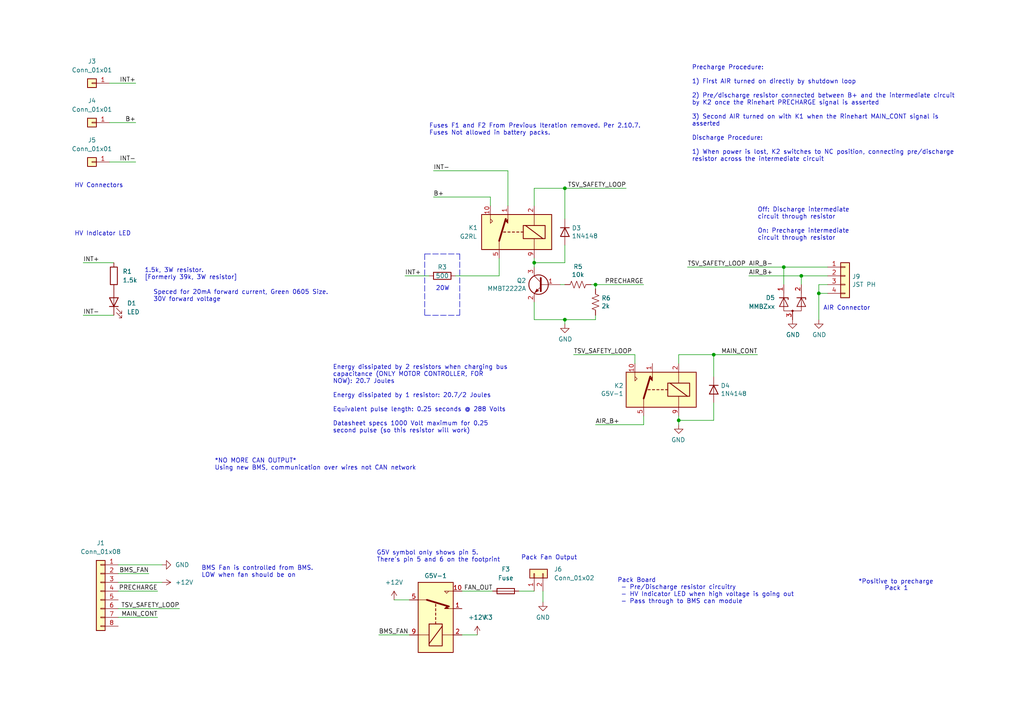
<source format=kicad_sch>
(kicad_sch (version 20211123) (generator eeschema)
  (paper "A4")
  (lib_symbols
    (symbol "Connector_Generic:Conn_01x01" (pin_names (offset 1.016) hide)
      (property "Reference" "J" (at 0 2.54 0))
      (property "Value" "Conn_01x01" (at 0 -2.54 0))
      (symbol "Conn_01x01_1_1"
        (rectangle (start -1.27 0.127) (end 0 -0.127) (stroke (width 0.1524)))
        (rectangle (start -1.27 1.27) (end 1.27 -1.27) (stroke (width 0.254)) (fill (type background)))
        (pin passive line (at -5.08 0 0) (length 3.81) (name "Pin_1") (number "1"))
      )
    )
    (symbol "Connector_Generic:Conn_01x02" (pin_names (offset 1.016) hide)
      (property "Reference" "J" (at 0 2.54 0))
      (property "Value" "Conn_01x02" (at 0 -5.08 0))
      (symbol "Conn_01x02_1_1"
        (rectangle (start -1.27 -2.413) (end 0 -2.667) (stroke (width 0.1524)))
        (rectangle (start -1.27 0.127) (end 0 -0.127) (stroke (width 0.1524)))
        (rectangle (start -1.27 1.27) (end 1.27 -3.81) (stroke (width 0.254)) (fill (type background)))
        (pin passive line (at -5.08 0 0) (length 3.81) (name "Pin_1") (number "1"))
        (pin passive line (at -5.08 -2.54 0) (length 3.81) (name "Pin_2") (number "2"))
      )
    )
    (symbol "Connector_Generic:Conn_01x04" (pin_names (offset 1.016) hide)
      (property "Reference" "J" (at 0 5.08 0))
      (property "Value" "Conn_01x04" (at 0 -7.62 0))
      (symbol "Conn_01x04_1_1"
        (rectangle (start -1.27 -4.953) (end 0 -5.207) (stroke (width 0.1524)))
        (rectangle (start -1.27 -2.413) (end 0 -2.667) (stroke (width 0.1524)))
        (rectangle (start -1.27 0.127) (end 0 -0.127) (stroke (width 0.1524)))
        (rectangle (start -1.27 2.667) (end 0 2.413) (stroke (width 0.1524)))
        (rectangle (start -1.27 3.81) (end 1.27 -6.35) (stroke (width 0.254)) (fill (type background)))
        (pin passive line (at -5.08 2.54 0) (length 3.81) (name "Pin_1") (number "1"))
        (pin passive line (at -5.08 0 0) (length 3.81) (name "Pin_2") (number "2"))
        (pin passive line (at -5.08 -2.54 0) (length 3.81) (name "Pin_3") (number "3"))
        (pin passive line (at -5.08 -5.08 0) (length 3.81) (name "Pin_4") (number "4"))
      )
    )
    (symbol "Connector_Generic:Conn_01x08" (pin_names (offset 1.016) hide)
      (property "Reference" "J" (at 0 10.16 0))
      (property "Value" "Conn_01x08" (at 0 -12.7 0))
      (symbol "Conn_01x08_1_1"
        (rectangle (start -1.27 -10.033) (end 0 -10.287) (stroke (width 0.1524)))
        (rectangle (start -1.27 -7.493) (end 0 -7.747) (stroke (width 0.1524)))
        (rectangle (start -1.27 -4.953) (end 0 -5.207) (stroke (width 0.1524)))
        (rectangle (start -1.27 -2.413) (end 0 -2.667) (stroke (width 0.1524)))
        (rectangle (start -1.27 0.127) (end 0 -0.127) (stroke (width 0.1524)))
        (rectangle (start -1.27 2.667) (end 0 2.413) (stroke (width 0.1524)))
        (rectangle (start -1.27 5.207) (end 0 4.953) (stroke (width 0.1524)))
        (rectangle (start -1.27 7.747) (end 0 7.493) (stroke (width 0.1524)))
        (rectangle (start -1.27 8.89) (end 1.27 -11.43) (stroke (width 0.254)) (fill (type background)))
        (pin passive line (at -5.08 7.62 0) (length 3.81) (name "Pin_1") (number "1"))
        (pin passive line (at -5.08 5.08 0) (length 3.81) (name "Pin_2") (number "2"))
        (pin passive line (at -5.08 2.54 0) (length 3.81) (name "Pin_3") (number "3"))
        (pin passive line (at -5.08 0 0) (length 3.81) (name "Pin_4") (number "4"))
        (pin passive line (at -5.08 -2.54 0) (length 3.81) (name "Pin_5") (number "5"))
        (pin passive line (at -5.08 -5.08 0) (length 3.81) (name "Pin_6") (number "6"))
        (pin passive line (at -5.08 -7.62 0) (length 3.81) (name "Pin_7") (number "7"))
        (pin passive line (at -5.08 -10.16 0) (length 3.81) (name "Pin_8") (number "8"))
      )
    )
    (symbol "Device:Fuse" (pin_numbers hide) (pin_names (offset 0))
      (property "Reference" "F" (at 2.032 0 90))
      (property "Value" "Fuse" (at -1.905 0 90))
      (symbol "Fuse_0_1"
        (rectangle (start -0.762 -2.54) (end 0.762 2.54) (stroke (width 0.254)))
        (polyline (pts (xy 0 2.54) (xy 0 -2.54)))
      )
      (symbol "Fuse_1_1"
        (pin passive line (at 0 3.81 270) (length 1.27) (name "~") (number "1"))
        (pin passive line (at 0 -3.81 90) (length 1.27) (name "~") (number "2"))
      )
    )
    (symbol "Device:LED" (pin_numbers hide) (pin_names (offset 1.016) hide)
      (property "Reference" "D" (at 0 2.54 0))
      (property "Value" "LED" (at 0 -2.54 0))
      (symbol "LED_0_1"
        (polyline (pts (xy -1.27 -1.27) (xy -1.27 1.27)) (stroke (width 0.254)))
        (polyline (pts (xy -1.27 0) (xy 1.27 0)))
        (polyline (pts (xy 1.27 -1.27) (xy 1.27 1.27) (xy -1.27 0) (xy 1.27 -1.27)) (stroke (width 0.254)))
        (polyline (pts (xy -3.048 -0.762) (xy -4.572 -2.286) (xy -3.81 -2.286) (xy -4.572 -2.286) (xy -4.572 -1.524)))
        (polyline (pts (xy -1.778 -0.762) (xy -3.302 -2.286) (xy -2.54 -2.286) (xy -3.302 -2.286) (xy -3.302 -1.524)))
      )
      (symbol "LED_1_1"
        (pin passive line (at -3.81 0 0) (length 2.54) (name "K") (number "1"))
        (pin passive line (at 3.81 0 180) (length 2.54) (name "A") (number "2"))
      )
    )
    (symbol "Device:Q_NPN_BEC" (pin_names (offset 0) hide)
      (property "Reference" "Q" (at 5.08 1.27 0))
      (property "Value" "Q_NPN_BEC" (at 5.08 -1.27 0))
      (symbol "Q_NPN_BEC_0_1"
        (polyline (pts (xy 0.635 0.635) (xy 2.54 2.54)))
        (polyline (pts (xy 0.635 -0.635) (xy 2.54 -2.54) (xy 2.54 -2.54)))
        (polyline (pts (xy 0.635 1.905) (xy 0.635 -1.905) (xy 0.635 -1.905)) (stroke (width 0.508)))
        (polyline (pts (xy 1.27 -1.778) (xy 1.778 -1.27) (xy 2.286 -2.286) (xy 1.27 -1.778) (xy 1.27 -1.778)) (fill (type outline)))
        (circle (center 1.27 0) (radius 2.8194) (stroke (width 0.254)))
      )
      (symbol "Q_NPN_BEC_1_1"
        (pin input line (at -5.08 0 0) (length 5.715) (name "B") (number "1"))
        (pin passive line (at 2.54 -5.08 90) (length 2.54) (name "E") (number "2"))
        (pin passive line (at 2.54 5.08 270) (length 2.54) (name "C") (number "3"))
      )
    )
    (symbol "Device:R" (pin_numbers hide) (pin_names (offset 0))
      (property "Reference" "R" (at 2.032 0 90))
      (property "Value" "R" (at 0 0 90))
      (symbol "R_0_1"
        (rectangle (start -1.016 -2.54) (end 1.016 2.54) (stroke (width 0.254)))
      )
      (symbol "R_1_1"
        (pin passive line (at 0 3.81 270) (length 1.27) (name "~") (number "1"))
        (pin passive line (at 0 -3.81 90) (length 1.27) (name "~") (number "2"))
      )
    )
    (symbol "Device:R_US" (pin_numbers hide) (pin_names (offset 0))
      (property "Reference" "R" (at 2.54 0 90))
      (property "Value" "R_US" (at -2.54 0 90))
      (symbol "R_US_0_1"
        (polyline (pts (xy 0 -2.286) (xy 0 -2.54)))
        (polyline (pts (xy 0 2.286) (xy 0 2.54)))
        (polyline (pts (xy 0 -0.762) (xy 1.016 -1.143) (xy 0 -1.524) (xy -1.016 -1.905) (xy 0 -2.286)))
        (polyline (pts (xy 0 0.762) (xy 1.016 0.381) (xy 0 0) (xy -1.016 -0.381) (xy 0 -0.762)))
        (polyline (pts (xy 0 2.286) (xy 1.016 1.905) (xy 0 1.524) (xy -1.016 1.143) (xy 0 0.762)))
      )
      (symbol "R_US_1_1"
        (pin passive line (at 0 3.81 270) (length 1.27) (name "~") (number "1"))
        (pin passive line (at 0 -3.81 90) (length 1.27) (name "~") (number "2"))
      )
    )
    (symbol "Diode:1N4148" (pin_numbers hide) (pin_names (offset 1.016) hide)
      (property "Reference" "D" (at 0 2.54 0))
      (property "Value" "1N4148" (at 0 -2.54 0))
      (symbol "1N4148_0_1"
        (polyline (pts (xy -1.27 1.27) (xy -1.27 -1.27)) (stroke (width 0.254)))
        (polyline (pts (xy 1.27 0) (xy -1.27 0)))
        (polyline (pts (xy 1.27 1.27) (xy 1.27 -1.27) (xy -1.27 0) (xy 1.27 1.27)) (stroke (width 0.254)))
      )
      (symbol "1N4148_1_1"
        (pin passive line (at -3.81 0 0) (length 2.54) (name "K") (number "1"))
        (pin passive line (at 3.81 0 180) (length 2.54) (name "A") (number "2"))
      )
    )
    (symbol "Diode:MMBZxx" (pin_names (offset 1.016) hide)
      (property "Reference" "D" (at 3.81 2.54 0))
      (property "Value" "MMBZxx" (at 3.81 0 0))
      (symbol "MMBZxx_0_1"
        (circle (center 0 -2.54) (radius 0.254) (fill (type outline)))
        (polyline (pts (xy -2.54 -1.27) (xy -2.54 2.54)))
        (polyline (pts (xy 2.54 -1.27) (xy 2.54 2.54)))
        (polyline (pts (xy -3.81 1.27) (xy -1.27 1.27) (xy -1.27 0.762)) (stroke (width 0.254)))
        (polyline (pts (xy 1.27 1.27) (xy 3.81 1.27) (xy 3.81 0.762)) (stroke (width 0.254)))
        (polyline (pts (xy -2.54 0) (xy -2.54 -2.54) (xy 2.54 -2.54) (xy 2.54 0)))
      )
      (symbol "MMBZxx_1_1"
        (polyline (pts (xy -3.81 -1.27) (xy -1.27 -1.27) (xy -2.54 1.27) (xy -3.81 -1.27)) (stroke (width 0.2032)))
        (polyline (pts (xy 1.27 -1.27) (xy 3.81 -1.27) (xy 2.54 1.27) (xy 1.27 -1.27)) (stroke (width 0.2032)))
        (pin passive line (at -2.54 5.08 270) (length 2.54) (name "K") (number "1"))
        (pin passive line (at 2.54 5.08 270) (length 2.54) (name "K") (number "2"))
        (pin passive line (at 0 -5.08 90) (length 2.54) (name "A") (number "3"))
      )
    )
    (symbol "G5V-1_1"
      (property "Reference" "K3" (at 0 15.24 90))
      (property "Value" "G5V-1_1" (at 0 12.7 90))
      (symbol "G5V-1_1_0_0"
        (polyline (pts (xy 7.62 5.08) (xy 7.62 2.54) (xy 6.985 3.175) (xy 7.62 3.81)))
      )
      (symbol "G5V-1_1_0_1"
        (rectangle (start -10.16 5.08) (end 10.16 -5.08) (stroke (width 0.254)) (fill (type background)))
        (rectangle (start -8.255 1.905) (end -1.905 -1.905) (stroke (width 0.254)))
        (polyline (pts (xy -7.62 -1.905) (xy -2.54 1.905)) (stroke (width 0.254)))
        (polyline (pts (xy -5.08 -5.08) (xy -5.08 -1.905)))
        (polyline (pts (xy -5.08 5.08) (xy -5.08 1.905)))
        (polyline (pts (xy -1.905 0) (xy -1.27 0)) (stroke (width 0.254)))
        (polyline (pts (xy -0.635 0) (xy 0 0)) (stroke (width 0.254)))
        (polyline (pts (xy 0.635 0) (xy 1.27 0)) (stroke (width 0.254)))
        (polyline (pts (xy 1.905 0) (xy 2.54 0)) (stroke (width 0.254)))
        (polyline (pts (xy 3.175 0) (xy 3.81 0)) (stroke (width 0.254)))
        (polyline (pts (xy 5.08 -2.54) (xy 3.175 3.81)) (stroke (width 0.508)))
        (polyline (pts (xy 5.08 -2.54) (xy 5.08 -5.08)))
        (polyline (pts (xy 2.54 5.08) (xy 2.54 2.54) (xy 3.175 3.175) (xy 2.54 3.81)) (fill (type outline)))
      )
      (symbol "G5V-1_1_1_1"
        (pin passive line (at 2.54 7.62 270) (length 2.54) (name "~") (number "1"))
        (pin passive line (at 7.62 7.62 270) (length 2.54) (name "~") (number "10"))
        (pin passive line (at -5.08 7.62 270) (length 2.54) (name "~") (number "2"))
        (pin passive line (at 5.08 -7.62 90) (length 2.54) (name "~") (number "5"))
        (pin passive line (at 5.08 -7.62 90) (length 2.54) hide (name "~") (number "6"))
        (pin passive line (at -5.08 -7.62 90) (length 2.54) (name "~") (number "9"))
      )
    )
    (symbol "Relay:G5V-1"
      (property "Reference" "K" (at 11.43 3.81 0))
      (property "Value" "G5V-1" (at 11.43 1.27 0))
      (symbol "G5V-1_0_0"
        (polyline (pts (xy 7.62 5.08) (xy 7.62 2.54) (xy 6.985 3.175) (xy 7.62 3.81)))
      )
      (symbol "G5V-1_0_1"
        (rectangle (start -10.16 5.08) (end 10.16 -5.08) (stroke (width 0.254)) (fill (type background)))
        (rectangle (start -8.255 1.905) (end -1.905 -1.905) (stroke (width 0.254)))
        (polyline (pts (xy -7.62 -1.905) (xy -2.54 1.905)) (stroke (width 0.254)))
        (polyline (pts (xy -5.08 -5.08) (xy -5.08 -1.905)))
        (polyline (pts (xy -5.08 5.08) (xy -5.08 1.905)))
        (polyline (pts (xy -1.905 0) (xy -1.27 0)) (stroke (width 0.254)))
        (polyline (pts (xy -0.635 0) (xy 0 0)) (stroke (width 0.254)))
        (polyline (pts (xy 0.635 0) (xy 1.27 0)) (stroke (width 0.254)))
        (polyline (pts (xy 1.905 0) (xy 2.54 0)) (stroke (width 0.254)))
        (polyline (pts (xy 3.175 0) (xy 3.81 0)) (stroke (width 0.254)))
        (polyline (pts (xy 5.08 -2.54) (xy 3.175 3.81)) (stroke (width 0.508)))
        (polyline (pts (xy 5.08 -2.54) (xy 5.08 -5.08)))
        (polyline (pts (xy 2.54 5.08) (xy 2.54 2.54) (xy 3.175 3.175) (xy 2.54 3.81)) (fill (type outline)))
      )
      (symbol "G5V-1_1_1"
        (pin passive line (at 2.54 7.62 270) (length 2.54) (name "~") (number "1"))
        (pin passive line (at 7.62 7.62 270) (length 2.54) (name "~") (number "10"))
        (pin passive line (at -5.08 7.62 270) (length 2.54) (name "~") (number "2"))
        (pin passive line (at 5.08 -7.62 90) (length 2.54) (name "~") (number "5"))
        (pin passive line (at 5.08 -7.62 90) (length 2.54) hide (name "~") (number "6"))
        (pin passive line (at -5.08 -7.62 90) (length 2.54) (name "~") (number "9"))
      )
    )
    (symbol "power:+12V" (power) (pin_names (offset 0))
      (property "Value" "+12V" (at 0 3.556 0))
      (symbol "+12V_0_1"
        (polyline (pts (xy -0.762 1.27) (xy 0 2.54)))
        (polyline (pts (xy 0 0) (xy 0 2.54)))
        (polyline (pts (xy 0 2.54) (xy 0.762 1.27)))
      )
      (symbol "+12V_1_1"
        (pin power_in line (at 0 0 90) (length 0) hide (name "+12V") (number "1"))
      )
    )
    (symbol "power:GND" (power) (pin_names (offset 0))
      (property "Value" "GND" (at 0 -3.81 0))
      (symbol "GND_0_1"
        (polyline (pts (xy 0 0) (xy 0 -1.27) (xy 1.27 -1.27) (xy 0 -2.54) (xy -1.27 -1.27) (xy 0 -1.27)))
      )
      (symbol "GND_1_1"
        (pin power_in line (at 0 0 270) (length 0) hide (name "GND") (number "1"))
      )
    )
  )
  (junction (at 227.33 77.47))
  (junction (at 172.72 82.55))
  (junction (at 163.83 92.71))
  (junction (at 232.41 80.01))
  (junction (at 154.94 76.2))
  (junction (at 237.49 85.09))
  (junction (at 196.85 121.92))
  (junction (at 163.83 54.61))
  (junction (at 207.01 102.87))
  (wire (pts (xy 154.94 54.61) (xy 163.83 54.61)))
  (wire (pts (xy 31.75 24.13) (xy 39.37 24.13)))
  (wire (pts (xy 124.46 80.01) (xy 117.475 80.01)))
  (polyline (pts (xy 133.35 73.66) (xy 133.35 91.44)))
  (wire (pts (xy 147.32 59.69) (xy 147.32 49.53)))
  (wire (pts (xy 227.33 77.47) (xy 240.03 77.47)))
  (wire (pts (xy 232.41 80.01) (xy 240.03 80.01)))
  (wire (pts (xy 34.29 166.37) (xy 43.18 166.37)))
  (wire (pts (xy 31.75 46.99) (xy 39.37 46.99)))
  (wire (pts (xy 154.94 74.93) (xy 154.94 76.2)))
  (wire (pts (xy 163.83 92.71) (xy 172.72 92.71)))
  (wire (pts (xy 154.94 87.63) (xy 154.94 92.71)))
  (wire (pts (xy 24.13 76.2) (xy 33.02 76.2)))
  (wire (pts (xy 157.48 171.45) (xy 157.48 174.625)))
  (wire (pts (xy 31.75 35.56) (xy 39.37 35.56)))
  (wire (pts (xy 154.94 92.71) (xy 163.83 92.71)))
  (wire (pts (xy 240.03 85.09) (xy 237.49 85.09)))
  (wire (pts (xy 207.01 121.92) (xy 207.01 116.84)))
  (wire (pts (xy 133.985 171.45) (xy 142.875 171.45)))
  (wire (pts (xy 207.01 109.22) (xy 207.01 102.87)))
  (polyline (pts (xy 123.19 91.44) (xy 133.35 91.44)))
  (wire (pts (xy 34.29 171.45) (xy 45.72 171.45)))
  (wire (pts (xy 163.83 76.2) (xy 163.83 71.12)))
  (wire (pts (xy 24.13 91.44) (xy 33.02 91.44)))
  (wire (pts (xy 142.24 59.69) (xy 142.24 57.15)))
  (wire (pts (xy 154.94 76.2) (xy 163.83 76.2)))
  (wire (pts (xy 163.83 54.61) (xy 181.61 54.61)))
  (polyline (pts (xy 123.19 73.66) (xy 123.19 91.44)))
  (wire (pts (xy 150.495 171.45) (xy 154.94 171.45)))
  (wire (pts (xy 232.41 80.01) (xy 217.17 80.01)))
  (wire (pts (xy 240.03 82.55) (xy 237.49 82.55)))
  (wire (pts (xy 132.08 80.01) (xy 144.78 80.01)))
  (wire (pts (xy 34.29 163.83) (xy 46.99 163.83)))
  (wire (pts (xy 34.29 168.91) (xy 46.99 168.91)))
  (wire (pts (xy 162.56 82.55) (xy 163.83 82.55)))
  (wire (pts (xy 186.69 120.65) (xy 186.69 123.19)))
  (wire (pts (xy 34.29 179.07) (xy 45.72 179.07)))
  (wire (pts (xy 184.15 105.41) (xy 184.15 102.87)))
  (wire (pts (xy 196.85 102.87) (xy 207.01 102.87)))
  (wire (pts (xy 172.72 83.82) (xy 172.72 82.55)))
  (wire (pts (xy 125.73 49.53) (xy 147.32 49.53)))
  (wire (pts (xy 171.45 82.55) (xy 172.72 82.55)))
  (wire (pts (xy 237.49 82.55) (xy 237.49 85.09)))
  (wire (pts (xy 172.72 92.71) (xy 172.72 91.44)))
  (wire (pts (xy 207.01 102.87) (xy 219.71 102.87)))
  (wire (pts (xy 163.83 63.5) (xy 163.83 54.61)))
  (wire (pts (xy 114.3 173.99) (xy 118.745 173.99)))
  (wire (pts (xy 232.41 82.55) (xy 232.41 80.01)))
  (wire (pts (xy 125.73 57.15) (xy 142.24 57.15)))
  (wire (pts (xy 154.94 76.2) (xy 154.94 77.47)))
  (wire (pts (xy 196.85 121.92) (xy 196.85 120.65)))
  (wire (pts (xy 184.15 102.87) (xy 166.37 102.87)))
  (polyline (pts (xy 123.19 73.66) (xy 133.35 73.66)))
  (wire (pts (xy 34.29 176.53) (xy 52.07 176.53)))
  (wire (pts (xy 163.83 92.71) (xy 163.83 93.98)))
  (wire (pts (xy 186.69 123.19) (xy 172.72 123.19)))
  (wire (pts (xy 199.39 77.47) (xy 227.33 77.47)))
  (wire (pts (xy 196.85 105.41) (xy 196.85 102.87)))
  (wire (pts (xy 196.85 123.19) (xy 196.85 121.92)))
  (wire (pts (xy 133.985 184.15) (xy 138.43 184.15)))
  (wire (pts (xy 172.72 82.55) (xy 186.69 82.55)))
  (wire (pts (xy 144.78 74.93) (xy 144.78 80.01)))
  (wire (pts (xy 118.745 184.15) (xy 109.855 184.15)))
  (wire (pts (xy 196.85 121.92) (xy 207.01 121.92)))
  (wire (pts (xy 227.33 82.55) (xy 227.33 77.47)))
  (wire (pts (xy 154.94 59.69) (xy 154.94 54.61)))
  (wire (pts (xy 237.49 85.09) (xy 237.49 92.71)))
  (text "Precharge Procedure:\n\n1) First AIR turned on directly by shutdown loop\n\n2) Pre/discharge resistor connected between B+ and the intermediate circuit\nby K2 once the Rinehart PRECHARGE signal is asserted\n\n3) Second AIR turned on with K1 when the Rinehart MAIN_CONT signal is\nasserted\n\nDischarge Procedure:\n\n1) When power is lost, K2 switches to NC position, connecting pre/discharge\nresistor across the intermediate circuit" (at 200.66 46.99 0) (effects (font (size 1.27 1.27)) (justify left bottom)))
  (text "20W\n" (at 126.365 84.455 0) (effects (font (size 1.27 1.27)) (justify left bottom)))
  (text "AIR Connector" (at 238.76 90.17 0) (effects (font (size 1.27 1.27)) (justify left bottom)))
  (text "*Positive to precharge\n" (at 248.92 169.545 0) (effects (font (size 1.27 1.27)) (justify left bottom)))
  (text "1.5k, 3W resistor.\n[Formerly 39k, 3W resistor]" (at 41.91 81.28 0) (effects (font (size 1.27 1.27)) (justify left bottom)))
  (text "Pack 1 \n" (at 256.54 171.45 0) (effects (font (size 1.27 1.27)) (justify left bottom)))
  (text "*NO MORE CAN OUTPUT*\nUsing new BMS, communication over wires not CAN network" (at 62.23 136.525 0) (effects (font (size 1.27 1.27)) (justify left bottom)))
  (text "Pack Fan Output" (at 151.13 162.56 0) (effects (font (size 1.27 1.27)) (justify left bottom)))
  (text "Energy dissipated by 2 resistors when charging bus\ncapacitance (ONLY MOTOR CONTROLLER, FOR\nNOW): 20.7 Joules\n\nEnergy dissipated by 1 resistor: 20.7/2 Joules\n\nEquivalent pulse length: 0.25 seconds @ 288 Volts\n\nDatasheet specs 1000 Volt maximum for 0.25\nsecond pulse (so this resistor will work)" (at 96.52 125.73 0) (effects (font (size 1.27 1.27)) (justify left bottom)))
  (text "Off: Discharge intermediate\ncircuit through resistor\n\nOn: Precharge intermediate\ncircuit through resistor" (at 219.71 69.85 0) (effects (font (size 1.27 1.27)) (justify left bottom)))
  (text "Fuses F1 and F2 From Previous Iteration removed. Per 2.10.7.\nFuses Not allowed in battery packs." (at 124.46 39.37 0) (effects (font (size 1.27 1.27)) (justify left bottom)))
  (text "G5V symbol only shows pin 5. \nThere's pin 5 and 6 on the footprint" (at 109.22 163.195 0) (effects (font (size 1.27 1.27)) (justify left bottom)))
  (text "HV Connectors" (at 21.59 54.61 0) (effects (font (size 1.27 1.27)) (justify left bottom)))
  (text "BMS Fan is controlled from BMS. \nLOW when fan should be on" (at 58.42 167.64 0) (effects (font (size 1.27 1.27)) (justify left bottom)))
  (text "Pack Board\n - Pre/Discharge resistor circuitry\n - HV Indicator LED when high voltage is going out\n - Pass through to BMS can module" (at 179.07 175.26 0) (effects (font (size 1.27 1.27)) (justify left bottom)))
  (text "Speced for 20mA forward current, Green 0605 Size.\n30V forward voltage" (at 44.45 87.63 0) (effects (font (size 1.27 1.27)) (justify left bottom)))
  (text "HV Indicator LED" (at 21.59 68.58 0) (effects (font (size 1.27 1.27)) (justify left bottom)))
  (label "TSV_SAFETY_LOOP" (at 181.61 54.61 180))
  (label "INT+" (at 24.13 76.2 0))
  (label "AIR_B+" (at 217.17 80.01 0))
  (label "AIR_B-" (at 217.17 77.47 0))
  (label "INT-" (at 39.37 46.99 180))
  (label "PRECHARGE" (at 45.72 171.45 180))
  (label "MAIN_CONT" (at 219.71 102.87 180))
  (label "INT-" (at 24.13 91.44 0))
  (label "TSV_SAFETY_LOOP" (at 52.07 176.53 180))
  (label "BMS_FAN" (at 43.18 166.37 180))
  (label "MAIN_CONT" (at 45.72 179.07 180))
  (label "TSV_SAFETY_LOOP" (at 360.68 205.74 180))
  (label "B+" (at 39.37 35.56 180))
  (label "AIR_B+" (at 172.72 123.19 0))
  (label "TSV_SAFETY_LOOP" (at 166.37 102.87 0))
  (label "FAN_OUT" (at 142.875 171.45 180))
  (label "INT+" (at 39.37 24.13 180))
  (label "B+" (at 125.73 57.15 0))
  (label "INT-" (at 125.73 49.53 0))
  (label "PRECHARGE" (at 186.69 82.55 180))
  (label "INT+" (at 117.475 80.01 0))
  (label "TSV_SAFETY_LOOP" (at 199.39 77.47 0))
  (label "BMS_FAN" (at 109.855 184.15 0))
  (symbol (lib_id "Diode:MMBZxx") (at 229.87 87.63 0) (unit 1)
    (property "Reference" "D5" (at 224.79 86.36 0) (effects (justify right)))
    (property "Value" "MMBZxx" (at 224.79 88.9 0) (effects (justify right)))
    (property "Footprint" "Package_TO_SOT_SMD:SOT-23" (effects hide))
    (property "Datasheet" "http://www.onsemi.com/pub/Collateral/MMBZ5V6ALT1-D.PDF" (effects hide))
  )
  (symbol (lib_id "Connector_Generic:Conn_01x04") (at 245.11 80.01 0) (unit 1)
    (property "Reference" "J9" (at 247.142 80.2132 0) (effects (justify left)))
    (property "Value" "JST PH" (at 247.142 82.5246 0) (effects (justify left)))
    (property "Footprint" "Connector_JST:JST_PH_B4B-PH-K_1x04_P2.00mm_Vertical" (effects hide))
  )
  (symbol (lib_id "power:GND") (at 237.49 92.71 0) (unit 1)
    (property "Reference" "#PWR0124" (effects hide))
    (property "Value" "GND" (at 237.617 97.1042 0))
  )
  (symbol (lib_id "power:GND") (at 229.87 92.71 0) (unit 1)
    (property "Reference" "#PWR0125" (effects hide))
    (property "Value" "GND" (at 229.997 97.1042 0))
  )
  (symbol (lib_id "Relay:G5V-1") (at 149.86 67.31 0) (mirror y) (unit 1)
    (property "Reference" "K1" (at 135.89 66.04 0) (effects (justify right)))
    (property "Value" "G2RL" (at 133.35 68.58 0) (effects (justify right)))
    (property "Footprint" "AERO_Footprints:G2RL" (effects hide))
    (property "Datasheet" "http://omronfs.omron.com/en_US/ecb/products/pdf/en-g5v_1.pdf" (effects hide))
  )
  (symbol (lib_id "power:GND") (at 163.83 93.98 0) (unit 1)
    (property "Reference" "#PWR0126" (effects hide))
    (property "Value" "GND" (at 163.957 98.3742 0))
  )
  (symbol (lib_id "Relay:G5V-1") (at 191.77 113.03 0) (mirror y) (unit 1)
    (property "Reference" "K2" (at 180.848 111.8616 0) (effects (justify left)))
    (property "Value" "G5V-1" (at 180.848 114.173 0) (effects (justify left)))
    (property "Footprint" "Relay_THT:Relay_SPDT_Omron_G5V-1" (effects hide))
    (property "Datasheet" "http://omronfs.omron.com/en_US/ecb/products/pdf/en-g5v_1.pdf" (effects hide))
  )
  (symbol (lib_id "power:GND") (at 196.85 123.19 0) (mirror y) (unit 1)
    (property "Reference" "#PWR0127" (effects hide))
    (property "Value" "GND" (at 196.723 127.5842 0))
  )
  (symbol (lib_id "Device:Q_NPN_BEC") (at 157.48 82.55 0) (mirror y) (unit 1)
    (property "Reference" "Q2" (at 152.6286 81.3816 0) (effects (justify left)))
    (property "Value" "MMBT2222A" (at 152.6286 83.693 0) (effects (justify left)))
    (property "Footprint" "Package_TO_SOT_SMD:SOT-23" (effects hide))
  )
  (symbol (lib_id "Device:R_US") (at 172.72 87.63 180) (unit 1)
    (property "Reference" "R6" (at 174.4472 86.4616 0) (effects (justify right)))
    (property "Value" "2k" (at 174.4472 88.773 0) (effects (justify right)))
    (property "Footprint" "Resistor_SMD:R_0603_1608Metric" (effects hide))
  )
  (symbol (lib_id "Device:R_US") (at 167.64 82.55 90) (unit 1)
    (property "Reference" "R5" (at 167.64 77.343 90))
    (property "Value" "10k" (at 167.64 79.6544 90))
    (property "Footprint" "Resistor_SMD:R_0603_1608Metric" (effects hide))
  )
  (symbol (lib_id "Diode:1N4148") (at 163.83 67.31 270) (unit 1)
    (property "Reference" "D3" (at 165.8366 66.1416 90) (effects (justify left)))
    (property "Value" "1N4148" (at 165.8366 68.453 90) (effects (justify left)))
    (property "Footprint" "Diode_SMD:D_MiniMELF" (effects hide))
    (property "Datasheet" "http://www.nxp.com/documents/data_sheet/1N4148_1N4448.pdf" (effects hide))
  )
  (symbol (lib_id "Diode:1N4148") (at 207.01 113.03 270) (unit 1)
    (property "Reference" "D4" (at 209.0166 111.8616 90) (effects (justify left)))
    (property "Value" "1N4148" (at 209.0166 114.173 90) (effects (justify left)))
    (property "Footprint" "Diode_SMD:D_MiniMELF" (effects hide))
    (property "Datasheet" "http://www.nxp.com/documents/data_sheet/1N4148_1N4448.pdf" (effects hide))
  )
  (symbol (lib_id "Connector_Generic:Conn_01x08") (at 29.21 171.45 0) (mirror y) (unit 1)
    (property "Reference" "J1" (at 29.21 157.48 0))
    (property "Value" "Conn_01x08" (at 29.21 160.02 0))
    (property "Footprint" "AERO_Footprints:TE_1-776276-1_8pin_Vertical" (effects hide))
  )
  (symbol (lib_id "Device:Fuse") (at 146.685 171.45 90) (unit 1)
    (property "Reference" "F3" (at 146.685 165.1 90))
    (property "Value" "Fuse" (at 146.685 167.64 90))
    (property "Footprint" "AERO_Footprints:Fuseholder_Blade_Mini_Keystone_3568" (effects hide))
  )
  (symbol (lib_id "power:+12V") (at 46.99 168.91 270) (unit 1)
    (property "Reference" "#PWR0102" (effects hide))
    (property "Value" "+12V" (at 50.8 168.9099 90) (effects (justify left)))
  )
  (symbol (lib_name "G5V-1_1") (lib_id "Relay:G5V-1") (at 126.365 179.07 270) (mirror x) (unit 1)
    (property "Reference" "K3" (at 141.605 179.07 90))
    (property "Value" "G5V-1" (at 126.365 167.005 90))
    (property "Footprint" "Relay_THT:Relay_SPDT_Omron_G5V-1" (effects hide))
    (property "Datasheet" "http://omronfs.omron.com/en_US/ecb/products/pdf/en-g5v_1.pdf" (effects hide))
  )
  (symbol (lib_id "Connector_Generic:Conn_01x01") (at 26.67 35.56 180) (unit 1)
    (property "Reference" "J4" (at 26.67 29.21 0))
    (property "Value" "Conn_01x01" (at 26.67 31.75 0))
    (property "Footprint" "Connector_Hirose:Hirose_DF63M-1P-3.96DSA_1x01_P3.96mm_Vertical" (effects hide))
  )
  (symbol (lib_id "Connector_Generic:Conn_01x01") (at 26.67 24.13 180) (unit 1)
    (property "Reference" "J3" (at 26.67 17.78 0))
    (property "Value" "Conn_01x01" (at 26.67 20.32 0))
    (property "Footprint" "Connector_Hirose:Hirose_DF63M-1P-3.96DSA_1x01_P3.96mm_Vertical" (effects hide))
  )
  (symbol (lib_id "Connector_Generic:Conn_01x02") (at 154.94 166.37 90) (unit 1)
    (property "Reference" "J6" (at 160.655 165.0999 90) (effects (justify right)))
    (property "Value" "Conn_01x02" (at 160.655 167.6399 90) (effects (justify right)))
    (property "Footprint" "Connector_JST:JST_XH_B2B-XH-A_1x02_P2.50mm_Vertical" (effects hide))
  )
  (symbol (lib_id "power:GND") (at 46.99 163.83 90) (unit 1)
    (property "Reference" "#PWR0103" (effects hide))
    (property "Value" "GND" (at 50.8 163.8299 90) (effects (justify right)))
  )
  (symbol (lib_id "Connector_Generic:Conn_01x01") (at 26.67 46.99 180) (unit 1)
    (property "Reference" "J5" (at 26.67 40.64 0))
    (property "Value" "Conn_01x01" (at 26.67 43.18 0))
    (property "Footprint" "Connector_Hirose:Hirose_DF63M-1P-3.96DSA_1x01_P3.96mm_Vertical" (effects hide))
  )
  (symbol (lib_id "power:+12V") (at 138.43 184.15 0) (unit 1)
    (property "Reference" "#PWR0106" (effects hide))
    (property "Value" "+12V" (at 138.43 179.07 0))
  )
  (symbol (lib_id "power:+12V") (at 114.3 173.99 0) (unit 1)
    (property "Reference" "#PWR0105" (effects hide))
    (property "Value" "+12V" (at 114.3 168.91 0))
  )
  (symbol (lib_id "Device:LED") (at 33.02 87.63 90) (unit 1)
    (property "Reference" "D1" (at 36.83 87.9474 90) (effects (justify right)))
    (property "Value" "LED" (at 36.83 90.4874 90) (effects (justify right)))
    (property "Footprint" "AERO_Footprints:LPA-C011301S-x LED 0805 LIGHT PIPE SINGLE VERT SMD" (effects hide))
  )
  (symbol (lib_id "power:GND") (at 157.48 174.625 0) (unit 1)
    (property "Reference" "#PWR0107" (effects hide))
    (property "Value" "GND" (at 157.48 179.07 0))
  )
  (symbol (lib_id "Device:R") (at 128.27 80.01 90) (unit 1)
    (property "Reference" "R3" (at 128.27 77.47 90))
    (property "Value" "500" (at 128.27 80.01 90))
    (property "Footprint" "Package_TO_SOT_THT:TO-220-2_Horizontal_TabDown" (effects hide))
  )
  (symbol (lib_id "Device:R") (at 33.02 80.01 0) (unit 1)
    (property "Reference" "R1" (at 35.56 78.7399 0) (effects (justify left)))
    (property "Value" "1.5k" (at 35.56 81.2799 0) (effects (justify left)))
    (property "Footprint" "Resistor_THT:R_Axial_DIN0414_L11.9mm_D4.5mm_P25.40mm_Horizontal" (effects hide))
  )
)
</source>
